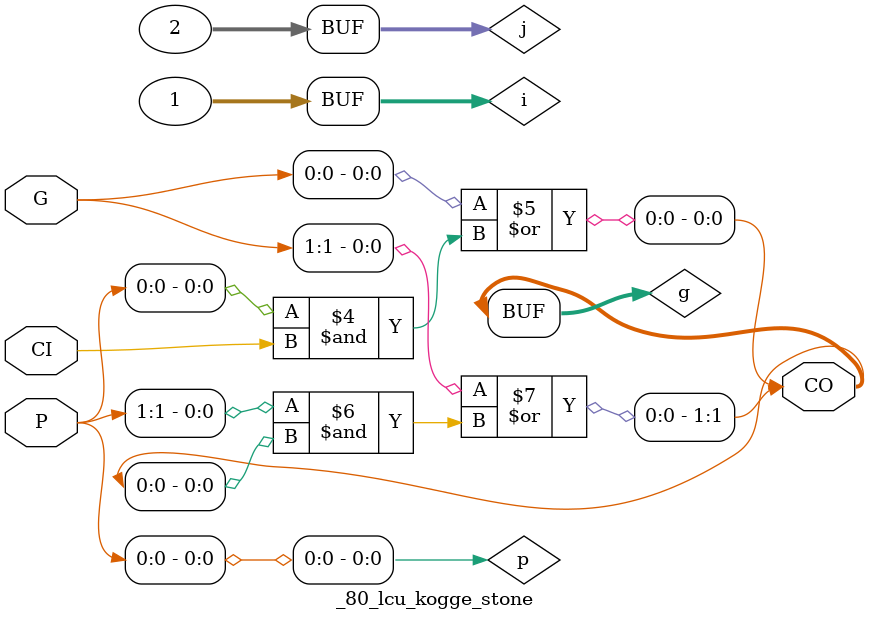
<source format=v>
/*
 *  yosys -- Yosys Open SYnthesis Suite
 *
 *  Copyright (C) 2024  Martin Povišer <povik@cutebit.org>
 *
 *  Permission to use, copy, modify, and/or distribute this software for any
 *  purpose with or without fee is hereby granted, provided that the above
 *  copyright notice and this permission notice appear in all copies.
 *
 *  THE SOFTWARE IS PROVIDED "AS IS" AND THE AUTHOR DISCLAIMS ALL WARRANTIES
 *  WITH REGARD TO THIS SOFTWARE INCLUDING ALL IMPLIED WARRANTIES OF
 *  MERCHANTABILITY AND FITNESS. IN NO EVENT SHALL THE AUTHOR BE LIABLE FOR
 *  ANY SPECIAL, DIRECT, INDIRECT, OR CONSEQUENTIAL DAMAGES OR ANY DAMAGES
 *  WHATSOEVER RESULTING FROM LOSS OF USE, DATA OR PROFITS, WHETHER IN AN
 *  ACTION OF CONTRACT, NEGLIGENCE OR OTHER TORTIOUS ACTION, ARISING OUT OF
 *  OR IN CONNECTION WITH THE USE OR PERFORMANCE OF THIS SOFTWARE.
 *
 */

(* techmap_celltype = "$lcu" *)
module _80_lcu_kogge_stone (P, G, CI, CO);
	parameter WIDTH = 2;

	(* force_downto *)
	input [WIDTH-1:0] P, G;
	input CI;

	(* force_downto *)
	output [WIDTH-1:0] CO;

	integer i, j;
	(* force_downto *)
	reg [WIDTH-1:0] p, g;

	wire [1023:0] _TECHMAP_DO_ = "proc; opt -fast";

	always @* begin
		p = P;
		g = G;

		// in almost all cases CI will be constant zero
		g[0] = g[0] | (p[0] & CI);

		for (i = 0; i < $clog2(WIDTH); i = i + 1) begin
			for (j = 2**i; j < WIDTH; j = j + 1) begin
				g[j] = g[j] | p[j] & g[j - 2**i];
				p[j] = p[j] & p[j - 2**i];
			end
		end
	end

	assign CO = g;
endmodule

</source>
